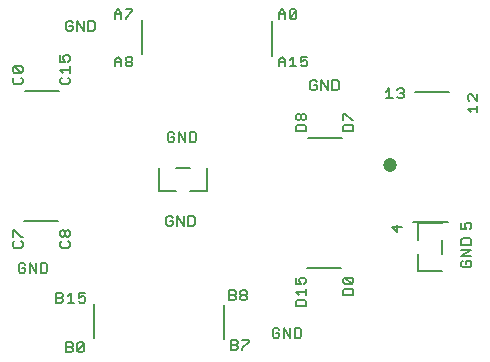
<source format=gto>
G75*
%MOIN*%
%OFA0B0*%
%FSLAX25Y25*%
%IPPOS*%
%LPD*%
%AMOC8*
5,1,8,0,0,1.08239X$1,22.5*
%
%ADD10C,0.00700*%
%ADD11C,0.04724*%
%ADD12C,0.00500*%
%ADD13C,0.00600*%
D10*
X0107763Y0154074D02*
X0109415Y0154074D01*
X0109965Y0154625D01*
X0109965Y0155175D01*
X0109415Y0155726D01*
X0107763Y0155726D01*
X0107763Y0157377D02*
X0109415Y0157377D01*
X0109965Y0156827D01*
X0109965Y0156276D01*
X0109415Y0155726D01*
X0111446Y0156827D02*
X0111997Y0157377D01*
X0113098Y0157377D01*
X0113648Y0156827D01*
X0111446Y0154625D01*
X0111997Y0154074D01*
X0113098Y0154074D01*
X0113648Y0154625D01*
X0113648Y0156827D01*
X0111446Y0156827D02*
X0111446Y0154625D01*
X0107763Y0154074D02*
X0107763Y0157377D01*
X0108157Y0170610D02*
X0110359Y0170610D01*
X0109258Y0170610D02*
X0109258Y0173913D01*
X0108157Y0172812D01*
X0106676Y0172812D02*
X0106125Y0172261D01*
X0104474Y0172261D01*
X0104474Y0170610D02*
X0104474Y0173913D01*
X0106125Y0173913D01*
X0106676Y0173362D01*
X0106676Y0172812D01*
X0106125Y0172261D02*
X0106676Y0171711D01*
X0106676Y0171160D01*
X0106125Y0170610D01*
X0104474Y0170610D01*
X0111840Y0171160D02*
X0112391Y0170610D01*
X0113491Y0170610D01*
X0114042Y0171160D01*
X0114042Y0172261D01*
X0113491Y0172812D01*
X0112941Y0172812D01*
X0111840Y0172261D01*
X0111840Y0173913D01*
X0114042Y0173913D01*
X0101469Y0181034D02*
X0101469Y0183236D01*
X0100919Y0183787D01*
X0099267Y0183787D01*
X0099267Y0180484D01*
X0100919Y0180484D01*
X0101469Y0181034D01*
X0097786Y0180484D02*
X0097786Y0183787D01*
X0095584Y0183787D02*
X0095584Y0180484D01*
X0094103Y0181034D02*
X0094103Y0182135D01*
X0093002Y0182135D01*
X0091901Y0181034D02*
X0092452Y0180484D01*
X0093553Y0180484D01*
X0094103Y0181034D01*
X0091901Y0181034D02*
X0091901Y0183236D01*
X0092452Y0183787D01*
X0093553Y0183787D01*
X0094103Y0183236D01*
X0095584Y0183787D02*
X0097786Y0180484D01*
X0092651Y0188866D02*
X0093201Y0189416D01*
X0093201Y0190517D01*
X0092651Y0191067D01*
X0092651Y0192549D02*
X0093201Y0192549D01*
X0092651Y0192549D02*
X0090449Y0194751D01*
X0089898Y0194751D01*
X0089898Y0192549D01*
X0090449Y0191067D02*
X0089898Y0190517D01*
X0089898Y0189416D01*
X0090449Y0188866D01*
X0092651Y0188866D01*
X0105646Y0189416D02*
X0106197Y0188866D01*
X0108399Y0188866D01*
X0108949Y0189416D01*
X0108949Y0190517D01*
X0108399Y0191067D01*
X0108399Y0192549D02*
X0107848Y0192549D01*
X0107298Y0193099D01*
X0107298Y0194200D01*
X0107848Y0194751D01*
X0108399Y0194751D01*
X0108949Y0194200D01*
X0108949Y0193099D01*
X0108399Y0192549D01*
X0107298Y0193099D02*
X0106747Y0192549D01*
X0106197Y0192549D01*
X0105646Y0193099D01*
X0105646Y0194200D01*
X0106197Y0194751D01*
X0106747Y0194751D01*
X0107298Y0194200D01*
X0106197Y0191067D02*
X0105646Y0190517D01*
X0105646Y0189416D01*
X0141114Y0196782D02*
X0141664Y0196232D01*
X0142765Y0196232D01*
X0143316Y0196782D01*
X0143316Y0197883D01*
X0142215Y0197883D01*
X0141114Y0198984D02*
X0141114Y0196782D01*
X0141114Y0198984D02*
X0141664Y0199535D01*
X0142765Y0199535D01*
X0143316Y0198984D01*
X0144797Y0199535D02*
X0144797Y0196232D01*
X0146999Y0196232D02*
X0146999Y0199535D01*
X0148480Y0199535D02*
X0150131Y0199535D01*
X0150682Y0198984D01*
X0150682Y0196782D01*
X0150131Y0196232D01*
X0148480Y0196232D01*
X0148480Y0199535D01*
X0146999Y0196232D02*
X0144797Y0199535D01*
X0145191Y0224185D02*
X0145191Y0227487D01*
X0147392Y0224185D01*
X0147392Y0227487D01*
X0148874Y0227487D02*
X0150525Y0227487D01*
X0151076Y0226937D01*
X0151076Y0224735D01*
X0150525Y0224185D01*
X0148874Y0224185D01*
X0148874Y0227487D01*
X0143709Y0226937D02*
X0143159Y0227487D01*
X0142058Y0227487D01*
X0141507Y0226937D01*
X0141507Y0224735D01*
X0142058Y0224185D01*
X0143159Y0224185D01*
X0143709Y0224735D01*
X0143709Y0225836D01*
X0142608Y0225836D01*
X0129240Y0249350D02*
X0128139Y0249350D01*
X0127588Y0249900D01*
X0127588Y0250451D01*
X0128139Y0251001D01*
X0129240Y0251001D01*
X0129790Y0250451D01*
X0129790Y0249900D01*
X0129240Y0249350D01*
X0129240Y0251001D02*
X0129790Y0251552D01*
X0129790Y0252102D01*
X0129240Y0252653D01*
X0128139Y0252653D01*
X0127588Y0252102D01*
X0127588Y0251552D01*
X0128139Y0251001D01*
X0126107Y0251001D02*
X0123905Y0251001D01*
X0123905Y0251552D02*
X0125006Y0252653D01*
X0126107Y0251552D01*
X0126107Y0249350D01*
X0123905Y0249350D02*
X0123905Y0251552D01*
X0116667Y0261193D02*
X0117217Y0261743D01*
X0117217Y0263945D01*
X0116667Y0264495D01*
X0115016Y0264495D01*
X0115016Y0261193D01*
X0116667Y0261193D01*
X0113534Y0261193D02*
X0113534Y0264495D01*
X0111332Y0264495D02*
X0111332Y0261193D01*
X0109851Y0261743D02*
X0109851Y0262844D01*
X0108750Y0262844D01*
X0107649Y0263945D02*
X0107649Y0261743D01*
X0108200Y0261193D01*
X0109301Y0261193D01*
X0109851Y0261743D01*
X0109851Y0263945D02*
X0109301Y0264495D01*
X0108200Y0264495D01*
X0107649Y0263945D01*
X0111332Y0264495D02*
X0113534Y0261193D01*
X0108399Y0253044D02*
X0108949Y0252494D01*
X0108949Y0251393D01*
X0108399Y0250842D01*
X0107298Y0250842D02*
X0106747Y0251943D01*
X0106747Y0252494D01*
X0107298Y0253044D01*
X0108399Y0253044D01*
X0107298Y0250842D02*
X0105646Y0250842D01*
X0105646Y0253044D01*
X0105646Y0248260D02*
X0108949Y0248260D01*
X0108949Y0247159D02*
X0108949Y0249361D01*
X0106747Y0247159D02*
X0105646Y0248260D01*
X0106197Y0245678D02*
X0105646Y0245127D01*
X0105646Y0244026D01*
X0106197Y0243476D01*
X0108399Y0243476D01*
X0108949Y0244026D01*
X0108949Y0245127D01*
X0108399Y0245678D01*
X0093201Y0245127D02*
X0092651Y0245678D01*
X0093201Y0245127D02*
X0093201Y0244026D01*
X0092651Y0243476D01*
X0090449Y0243476D01*
X0089898Y0244026D01*
X0089898Y0245127D01*
X0090449Y0245678D01*
X0090449Y0247159D02*
X0089898Y0247710D01*
X0089898Y0248811D01*
X0090449Y0249361D01*
X0092651Y0247159D01*
X0093201Y0247710D01*
X0093201Y0248811D01*
X0092651Y0249361D01*
X0090449Y0249361D01*
X0090449Y0247159D02*
X0092651Y0247159D01*
X0123905Y0265098D02*
X0123905Y0267300D01*
X0125006Y0268401D01*
X0126107Y0267300D01*
X0126107Y0265098D01*
X0127588Y0265098D02*
X0127588Y0265648D01*
X0129790Y0267850D01*
X0129790Y0268401D01*
X0127588Y0268401D01*
X0126107Y0266749D02*
X0123905Y0266749D01*
X0178515Y0266749D02*
X0180717Y0266749D01*
X0180717Y0267300D02*
X0180717Y0265098D01*
X0182198Y0265648D02*
X0182198Y0267850D01*
X0182749Y0268401D01*
X0183850Y0268401D01*
X0184400Y0267850D01*
X0182198Y0265648D01*
X0182749Y0265098D01*
X0183850Y0265098D01*
X0184400Y0265648D01*
X0184400Y0267850D01*
X0180717Y0267300D02*
X0179616Y0268401D01*
X0178515Y0267300D01*
X0178515Y0265098D01*
X0179616Y0252653D02*
X0180717Y0251552D01*
X0180717Y0249350D01*
X0182198Y0249350D02*
X0184400Y0249350D01*
X0183299Y0249350D02*
X0183299Y0252653D01*
X0182198Y0251552D01*
X0180717Y0251001D02*
X0178515Y0251001D01*
X0178515Y0251552D02*
X0179616Y0252653D01*
X0178515Y0251552D02*
X0178515Y0249350D01*
X0185882Y0249900D02*
X0186432Y0249350D01*
X0187533Y0249350D01*
X0188084Y0249900D01*
X0188084Y0251001D01*
X0187533Y0251552D01*
X0186983Y0251552D01*
X0185882Y0251001D01*
X0185882Y0252653D01*
X0188084Y0252653D01*
X0189670Y0244747D02*
X0189119Y0244197D01*
X0189119Y0241995D01*
X0189670Y0241444D01*
X0190771Y0241444D01*
X0191321Y0241995D01*
X0191321Y0243096D01*
X0190220Y0243096D01*
X0191321Y0244197D02*
X0190771Y0244747D01*
X0189670Y0244747D01*
X0192803Y0244747D02*
X0195004Y0241444D01*
X0195004Y0244747D01*
X0196486Y0244747D02*
X0196486Y0241444D01*
X0198137Y0241444D01*
X0198688Y0241995D01*
X0198688Y0244197D01*
X0198137Y0244747D01*
X0196486Y0244747D01*
X0192803Y0244747D02*
X0192803Y0241444D01*
X0187139Y0233613D02*
X0187689Y0233062D01*
X0187689Y0231962D01*
X0187139Y0231411D01*
X0186588Y0231411D01*
X0186038Y0231962D01*
X0186038Y0233062D01*
X0186588Y0233613D01*
X0187139Y0233613D01*
X0186038Y0233062D02*
X0185487Y0233613D01*
X0184937Y0233613D01*
X0184387Y0233062D01*
X0184387Y0231962D01*
X0184937Y0231411D01*
X0185487Y0231411D01*
X0186038Y0231962D01*
X0187139Y0229930D02*
X0184937Y0229930D01*
X0184387Y0229379D01*
X0184387Y0227728D01*
X0187689Y0227728D01*
X0187689Y0229379D01*
X0187139Y0229930D01*
X0200135Y0229379D02*
X0200135Y0227728D01*
X0203437Y0227728D01*
X0203437Y0229379D01*
X0202887Y0229930D01*
X0200685Y0229930D01*
X0200135Y0229379D01*
X0200135Y0231411D02*
X0200135Y0233613D01*
X0200685Y0233613D01*
X0202887Y0231411D01*
X0203437Y0231411D01*
X0214342Y0238752D02*
X0216544Y0238752D01*
X0215443Y0238752D02*
X0215443Y0242054D01*
X0214342Y0240953D01*
X0218025Y0241504D02*
X0218576Y0242054D01*
X0219677Y0242054D01*
X0220227Y0241504D01*
X0220227Y0240953D01*
X0219677Y0240403D01*
X0220227Y0239853D01*
X0220227Y0239302D01*
X0219677Y0238752D01*
X0218576Y0238752D01*
X0218025Y0239302D01*
X0219126Y0240403D02*
X0219677Y0240403D01*
X0241505Y0239476D02*
X0241505Y0238375D01*
X0242055Y0237824D01*
X0241505Y0239476D02*
X0242055Y0240026D01*
X0242606Y0240026D01*
X0244807Y0237824D01*
X0244807Y0240026D01*
X0244807Y0236343D02*
X0244807Y0234141D01*
X0244807Y0235242D02*
X0241505Y0235242D01*
X0242606Y0234141D01*
X0242226Y0197253D02*
X0242776Y0196702D01*
X0242776Y0195601D01*
X0242226Y0195051D01*
X0241125Y0195051D02*
X0240574Y0196152D01*
X0240574Y0196702D01*
X0241125Y0197253D01*
X0242226Y0197253D01*
X0241125Y0195051D02*
X0239473Y0195051D01*
X0239473Y0197253D01*
X0240024Y0192021D02*
X0239473Y0191470D01*
X0239473Y0189819D01*
X0242776Y0189819D01*
X0242776Y0191470D01*
X0242226Y0192021D01*
X0240024Y0192021D01*
X0239473Y0188337D02*
X0242776Y0188337D01*
X0239473Y0186136D01*
X0242776Y0186136D01*
X0242226Y0184654D02*
X0241125Y0184654D01*
X0241125Y0183553D01*
X0242226Y0182452D02*
X0242776Y0183003D01*
X0242776Y0184104D01*
X0242226Y0184654D01*
X0242226Y0182452D02*
X0240024Y0182452D01*
X0239473Y0183003D01*
X0239473Y0184104D01*
X0240024Y0184654D01*
X0219548Y0195915D02*
X0216245Y0195915D01*
X0217896Y0194263D01*
X0217896Y0196465D01*
X0202887Y0179003D02*
X0200685Y0179003D01*
X0202887Y0176801D01*
X0203437Y0177351D01*
X0203437Y0178452D01*
X0202887Y0179003D01*
X0200685Y0179003D02*
X0200135Y0178452D01*
X0200135Y0177351D01*
X0200685Y0176801D01*
X0202887Y0176801D01*
X0202887Y0175319D02*
X0200685Y0175319D01*
X0200135Y0174769D01*
X0200135Y0173118D01*
X0203437Y0173118D01*
X0203437Y0174769D01*
X0202887Y0175319D01*
X0187689Y0175319D02*
X0187689Y0173118D01*
X0187689Y0174219D02*
X0184387Y0174219D01*
X0185487Y0173118D01*
X0184937Y0171636D02*
X0184387Y0171086D01*
X0184387Y0169434D01*
X0187689Y0169434D01*
X0187689Y0171086D01*
X0187139Y0171636D01*
X0184937Y0171636D01*
X0184387Y0176801D02*
X0186038Y0176801D01*
X0185487Y0177902D01*
X0185487Y0178452D01*
X0186038Y0179003D01*
X0187139Y0179003D01*
X0187689Y0178452D01*
X0187689Y0177351D01*
X0187139Y0176801D01*
X0184387Y0176801D02*
X0184387Y0179003D01*
X0183913Y0162133D02*
X0185565Y0162133D01*
X0186115Y0161583D01*
X0186115Y0159381D01*
X0185565Y0158830D01*
X0183913Y0158830D01*
X0183913Y0162133D01*
X0182432Y0162133D02*
X0182432Y0158830D01*
X0180230Y0162133D01*
X0180230Y0158830D01*
X0178749Y0159381D02*
X0178749Y0160482D01*
X0177648Y0160482D01*
X0178749Y0161583D02*
X0178198Y0162133D01*
X0177097Y0162133D01*
X0176547Y0161583D01*
X0176547Y0159381D01*
X0177097Y0158830D01*
X0178198Y0158830D01*
X0178749Y0159381D01*
X0168652Y0158165D02*
X0168652Y0157614D01*
X0166450Y0155412D01*
X0166450Y0154862D01*
X0164969Y0155412D02*
X0164419Y0154862D01*
X0162767Y0154862D01*
X0162767Y0158165D01*
X0164419Y0158165D01*
X0164969Y0157614D01*
X0164969Y0157064D01*
X0164419Y0156513D01*
X0162767Y0156513D01*
X0164419Y0156513D02*
X0164969Y0155963D01*
X0164969Y0155412D01*
X0166450Y0158165D02*
X0168652Y0158165D01*
X0167314Y0171397D02*
X0166214Y0171397D01*
X0165663Y0171948D01*
X0165663Y0172498D01*
X0166214Y0173049D01*
X0167314Y0173049D01*
X0167865Y0172498D01*
X0167865Y0171948D01*
X0167314Y0171397D01*
X0167314Y0173049D02*
X0167865Y0173599D01*
X0167865Y0174150D01*
X0167314Y0174700D01*
X0166214Y0174700D01*
X0165663Y0174150D01*
X0165663Y0173599D01*
X0166214Y0173049D01*
X0164182Y0173599D02*
X0163631Y0173049D01*
X0161980Y0173049D01*
X0161980Y0174700D02*
X0161980Y0171397D01*
X0163631Y0171397D01*
X0164182Y0171948D01*
X0164182Y0172498D01*
X0163631Y0173049D01*
X0164182Y0173599D02*
X0164182Y0174150D01*
X0163631Y0174700D01*
X0161980Y0174700D01*
D11*
X0215567Y0216354D03*
D12*
X0225016Y0197063D02*
X0225016Y0191551D01*
X0225016Y0186827D02*
X0225016Y0181315D01*
X0232890Y0181315D01*
X0232890Y0186827D02*
X0232890Y0191551D01*
X0232890Y0197063D02*
X0225016Y0197063D01*
X0154543Y0207693D02*
X0154543Y0215567D01*
X0149031Y0215567D02*
X0144307Y0215567D01*
X0138795Y0215567D02*
X0138795Y0207693D01*
X0144307Y0207693D01*
X0149031Y0207693D02*
X0154543Y0207693D01*
D13*
X0188402Y0225409D02*
X0199819Y0225409D01*
X0223835Y0240764D02*
X0235252Y0240764D01*
X0234858Y0197457D02*
X0223441Y0197457D01*
X0199425Y0182102D02*
X0188008Y0182102D01*
X0160449Y0169898D02*
X0160449Y0158480D01*
X0117142Y0158874D02*
X0117142Y0170291D01*
X0104937Y0197850D02*
X0093520Y0197850D01*
X0093913Y0241157D02*
X0105331Y0241157D01*
X0132890Y0253362D02*
X0132890Y0264780D01*
X0176197Y0264386D02*
X0176197Y0252969D01*
M02*

</source>
